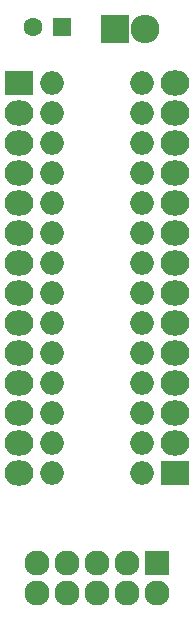
<source format=gbs>
G04 #@! TF.FileFunction,Soldermask,Bot*
%FSLAX46Y46*%
G04 Gerber Fmt 4.6, Leading zero omitted, Abs format (unit mm)*
G04 Created by KiCad (PCBNEW 4.0.2+e4-6225~38~ubuntu15.10.1-stable) date Thu 05 May 2016 06:03:02 PM EEST*
%MOMM*%
G01*
G04 APERTURE LIST*
%ADD10C,0.100000*%
%ADD11O,2.000000X2.000000*%
%ADD12R,1.600000X1.600000*%
%ADD13C,1.600000*%
%ADD14R,2.432000X2.127200*%
%ADD15O,2.432000X2.127200*%
%ADD16R,2.127200X2.127200*%
%ADD17O,2.127200X2.127200*%
%ADD18R,2.432000X2.432000*%
%ADD19O,2.432000X2.432000*%
G04 APERTURE END LIST*
D10*
D11*
X135890000Y-73660000D03*
X135890000Y-76200000D03*
X135890000Y-78740000D03*
X135890000Y-81280000D03*
X135890000Y-83820000D03*
X135890000Y-86360000D03*
X135890000Y-88900000D03*
X135890000Y-91440000D03*
X135890000Y-93980000D03*
X135890000Y-96520000D03*
X135890000Y-99060000D03*
X135890000Y-101600000D03*
X135890000Y-104140000D03*
X135890000Y-106680000D03*
X143510000Y-106680000D03*
X143510000Y-104140000D03*
X143510000Y-101600000D03*
X143510000Y-99060000D03*
X143510000Y-96520000D03*
X143510000Y-93980000D03*
X143510000Y-91440000D03*
X143510000Y-88900000D03*
X143510000Y-86360000D03*
X143510000Y-83820000D03*
X143510000Y-81280000D03*
X143510000Y-78740000D03*
X143510000Y-76200000D03*
X143510000Y-73660000D03*
D12*
X136779000Y-68961000D03*
D13*
X134279000Y-68961000D03*
D14*
X133096000Y-73660000D03*
D15*
X133096000Y-76200000D03*
X133096000Y-78740000D03*
X133096000Y-81280000D03*
X133096000Y-83820000D03*
X133096000Y-86360000D03*
X133096000Y-88900000D03*
X133096000Y-91440000D03*
X133096000Y-93980000D03*
X133096000Y-96520000D03*
X133096000Y-99060000D03*
X133096000Y-101600000D03*
X133096000Y-104140000D03*
X133096000Y-106680000D03*
D14*
X146304000Y-106680000D03*
D15*
X146304000Y-104140000D03*
X146304000Y-101600000D03*
X146304000Y-99060000D03*
X146304000Y-96520000D03*
X146304000Y-93980000D03*
X146304000Y-91440000D03*
X146304000Y-88900000D03*
X146304000Y-86360000D03*
X146304000Y-83820000D03*
X146304000Y-81280000D03*
X146304000Y-78740000D03*
X146304000Y-76200000D03*
X146304000Y-73660000D03*
D16*
X144780000Y-114300000D03*
D17*
X144780000Y-116840000D03*
X142240000Y-114300000D03*
X142240000Y-116840000D03*
X139700000Y-114300000D03*
X139700000Y-116840000D03*
X137160000Y-114300000D03*
X137160000Y-116840000D03*
X134620000Y-114300000D03*
X134620000Y-116840000D03*
D18*
X141224000Y-69088000D03*
D19*
X143764000Y-69088000D03*
M02*

</source>
